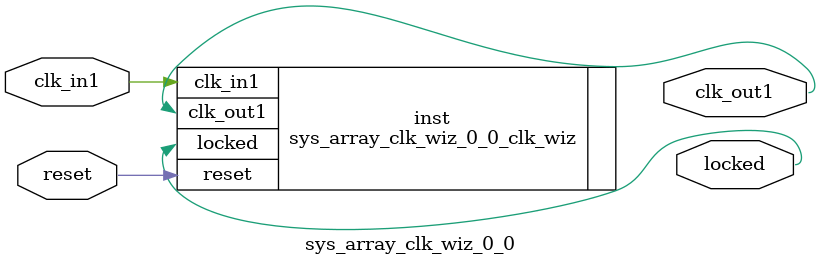
<source format=v>


`timescale 1ps/1ps

(* CORE_GENERATION_INFO = "sys_array_clk_wiz_0_0,clk_wiz_v6_0_6_0_0,{component_name=sys_array_clk_wiz_0_0,use_phase_alignment=true,use_min_o_jitter=false,use_max_i_jitter=false,use_dyn_phase_shift=false,use_inclk_switchover=false,use_dyn_reconfig=false,enable_axi=0,feedback_source=FDBK_AUTO,PRIMITIVE=MMCM,num_out_clk=1,clkin1_period=8.000,clkin2_period=10.000,use_power_down=false,use_reset=true,use_locked=true,use_inclk_stopped=false,feedback_type=SINGLE,CLOCK_MGR_TYPE=NA,manual_override=false}" *)

module sys_array_clk_wiz_0_0 
 (
  // Clock out ports
  output        clk_out1,
  // Status and control signals
  input         reset,
  output        locked,
 // Clock in ports
  input         clk_in1
 );

  sys_array_clk_wiz_0_0_clk_wiz inst
  (
  // Clock out ports  
  .clk_out1(clk_out1),
  // Status and control signals               
  .reset(reset), 
  .locked(locked),
 // Clock in ports
  .clk_in1(clk_in1)
  );

endmodule

</source>
